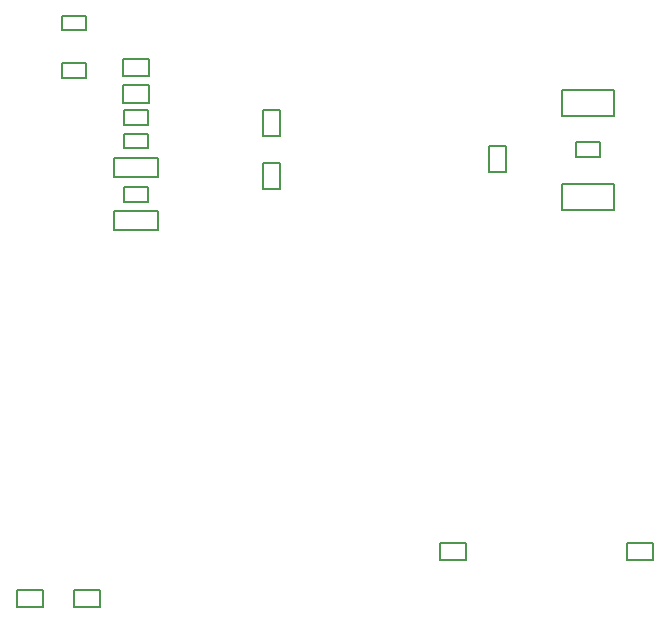
<source format=gbr>
%TF.GenerationSoftware,Altium Limited,Altium Designer,20.2.6 (244)*%
G04 Layer_Color=8388736*
%FSLAX26Y26*%
%MOIN*%
%TF.SameCoordinates,5A7C1849-F1A5-4743-A48D-7E663CB7BB3B*%
%TF.FilePolarity,Positive*%
%TF.FileFunction,Other,Top_3D_Body*%
%TF.Part,Single*%
G01*
G75*
%TA.AperFunction,NonConductor*%
%ADD43C,0.007874*%
D43*
X286693Y31457D02*
X373307D01*
X286693D02*
Y88543D01*
X373307D01*
Y31457D02*
Y88543D01*
X1668425Y1480315D02*
X1725512D01*
Y1566929D01*
X1668425D02*
X1725512D01*
X1668425Y1480315D02*
Y1566929D01*
X916339Y1687008D02*
X973425D01*
X916339Y1600394D02*
Y1687008D01*
Y1600394D02*
X973425D01*
Y1687008D01*
X916339Y1423228D02*
X973425D01*
Y1509842D01*
X916339D02*
X973425D01*
X916339Y1423228D02*
Y1509842D01*
X1914370Y1354331D02*
Y1440945D01*
Y1354331D02*
X2085630D01*
Y1440945D01*
X1914370D02*
X2085630D01*
Y1669291D02*
Y1755906D01*
X1914370D02*
X2085630D01*
X1914370Y1669291D02*
Y1755906D01*
Y1669291D02*
X2085630D01*
X2215276Y187992D02*
Y245079D01*
X2128661D02*
X2215276D01*
X2128661Y187992D02*
Y245079D01*
Y187992D02*
X2215276D01*
X96693Y31457D02*
Y88543D01*
Y31457D02*
X183307D01*
Y88543D01*
X96693D02*
X183307D01*
X448819Y1712598D02*
Y1771654D01*
Y1712598D02*
X535433D01*
Y1771654D01*
X448819D02*
X535433D01*
X452756Y1638780D02*
Y1687992D01*
Y1638780D02*
X531496D01*
Y1687992D01*
X452756D02*
X531496D01*
X452756Y1560039D02*
Y1609252D01*
Y1560039D02*
X531496D01*
Y1609252D01*
X452756D02*
X531496D01*
X452756Y1382874D02*
Y1432087D01*
Y1382874D02*
X531496D01*
Y1432087D01*
X452756D02*
X531496D01*
X419291Y1287401D02*
Y1350394D01*
Y1287401D02*
X564961D01*
Y1350394D01*
X419291D02*
X564961D01*
X419291Y1464567D02*
Y1527559D01*
Y1464567D02*
X564961D01*
Y1527559D01*
X419291D02*
X564961D01*
X1960630Y1530512D02*
Y1579724D01*
Y1530512D02*
X2039370D01*
Y1579724D01*
X1960630D02*
X2039370D01*
X1506693Y187992D02*
Y245079D01*
Y187992D02*
X1593307D01*
Y245079D01*
X1506693D02*
X1593307D01*
X535433Y1802165D02*
Y1859252D01*
X448819D02*
X535433D01*
X448819Y1802165D02*
Y1859252D01*
Y1802165D02*
X535433D01*
X324803Y1796260D02*
Y1845472D01*
X246063D02*
X324803D01*
X246063Y1796260D02*
Y1845472D01*
Y1796260D02*
X324803D01*
Y1953740D02*
Y2002953D01*
X246063D02*
X324803D01*
X246063Y1953740D02*
Y2002953D01*
Y1953740D02*
X324803D01*
%TF.MD5,0b88199a947917bb28f6bbf13a45891d*%
M02*

</source>
